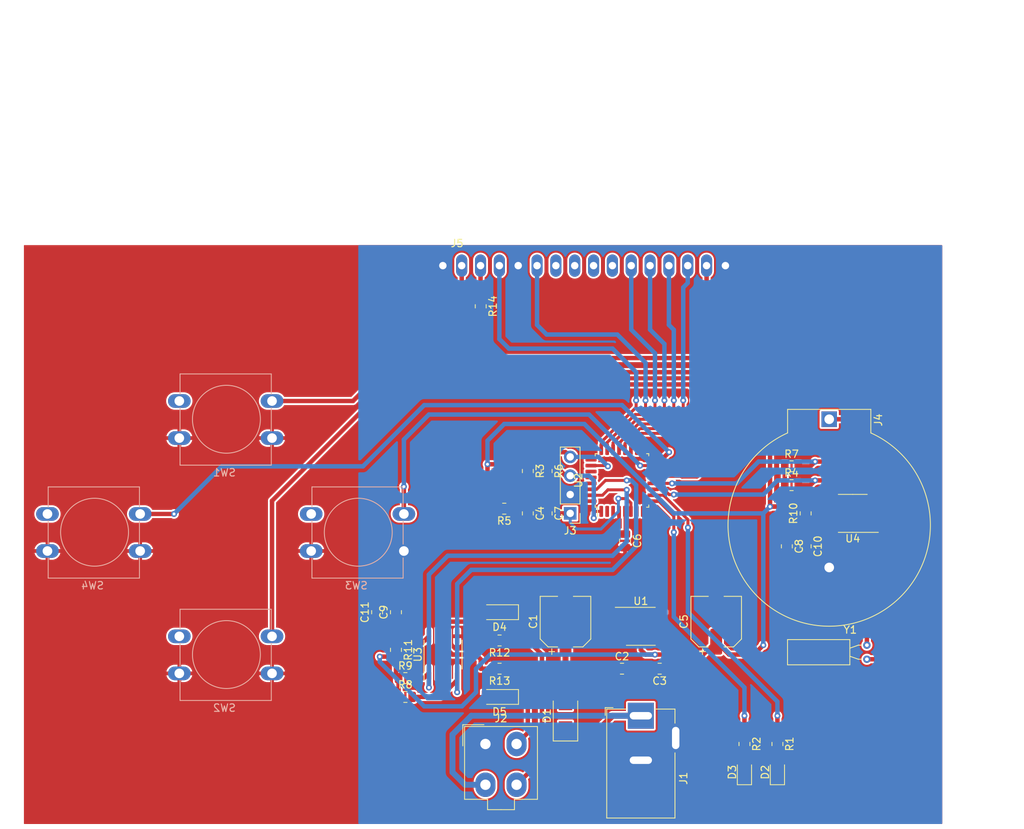
<source format=kicad_pcb>
(kicad_pcb (version 20221018) (generator pcbnew)
  (layers (0 "F.Cu" signal) (31 "B.Cu" signal) (34 "B.Paste" user) (35 "F.Paste" user) (36 "B.SilkS" user "B.Silkscreen") (37 "F.SilkS" user "F.Silkscreen") (38 "B.Mask" user) (39 "F.Mask" user) (44 "Edge.Cuts" user))
  (net 0 "")
  (net 1 "/VSS")
  (net 2 "Net-(C1-Pad1)")
  (net 3 "/VDD")
  (net 4 "Net-(C6-Pad1)")
  (net 5 "Net-(C10-Pad1)")
  (net 6 "Net-(C11-Pad1)")
  (net 7 "/VCC")
  (net 8 "Net-(D2-Pad2)")
  (net 9 "Net-(D3-Pad2)")
  (net 10 "Net-(D4-Pad1)")
  (net 11 "Net-(D5-Pad1)")
  (net 12 "/GRAV2")
  (net 13 "/GRAV1")
  (net 14 "Net-(J4-Pad1)")
  (net 15 "Net-(R1-Pad1)")
  (net 16 "Net-(R2-Pad1)")
  (net 17 "/SCL")
  (net 18 "/TX")
  (net 19 "/RX")
  (net 20 "Net-(R12-Pad2)")
  (net 21 "Net-(R13-Pad2)")
  (net 22 "/BTS")
  (net 23 "/BTD")
  (net 24 "/BTC")
  (net 25 "/BTV")
  (net 26 "/RSIO")
  (net 27 "Net-(U2-Pad29)")
  (net 28 "Net-(U2-Pad28)")
  (net 29 "Net-(U2-Pad27)")
  (net 30 "Net-(U2-Pad25)")
  (net 31 "/D7")
  (net 32 "/D6")
  (net 33 "/D5")
  (net 34 "/D4")
  (net 35 "/RS")
  (net 36 "/EN")
  (net 37 "Net-(U2-Pad18)")
  (net 38 "Net-(U2-Pad17)")
  (net 39 "Net-(U2-Pad8)")
  (net 40 "Net-(U2-Pad7)")
  (net 41 "Net-(U2-Pad3)")
  (net 42 "Net-(U2-Pad2)")
  (net 43 "Net-(U3-Pad2)")
  (net 44 "Net-(U4-Pad7)")
  (net 45 "Net-(U4-Pad2)")
  (net 46 "Net-(U4-Pad1)")
  (net 47 "/SDA")
  (net 48 "/VGRAV")
  (net 49 "Net-(J5-Pad8)")
  (net 50 "/V0")
  (net 51 "Net-(J5-Pad9)")
  (net 52 "Net-(J5-Pad10)")
  (net 53 "Net-(J5-Pad7)")
  (footprint "Capacitor_SMD:CP_Elec_6.3x7.7" (layer "F.Cu") (at 128.27 114.3 90)
    (fp_text reference "C1")
    (fp_text value "100uF 25V")
  )
  (footprint "Resistor_SMD:R_0805_2012Metric" (layer "F.Cu") (at 140.97 120.65 180)
    (fp_text reference "C3")
    (fp_text value "100nF")
  )
  (footprint "Capacitor_SMD:CP_Elec_6.3x7.7" (layer "F.Cu") (at 148.59 114.3 90)
    (fp_text reference "C5")
    (fp_text value "100uF 25V")
  )
  (footprint "Diode_SMD:D_SMA" (layer "F.Cu") (at 128.27 127 90)
    (fp_text reference "D1")
    (fp_text value "1N4007")
  )
  (footprint "Package_SO:SOIC-8_3.9x4.9mm_P1.27mm" (layer "F.Cu") (at 138.43 114.935)
    (fp_text reference "U1")
    (fp_text value "L7805")
  )
  (footprint "Resistor_SMD:R_0805_2012Metric" (layer "F.Cu") (at 135.89 120.65)
    (fp_text reference "C2")
    (fp_text value "100nF")
  )
  (footprint "Connector_BarrelJack:P4_Macho" (layer "F.Cu") (at 138.43 127 90)
    (fp_text reference "J1")
    (fp_text value "Barrel_Jack_Switch")
  )
  (footprint "Resistor_SMD:R_0805_2012Metric" (layer "F.Cu") (at 120.015 99.06 180)
    (fp_text reference "R5")
    (fp_text value "10R")
  )
  (footprint "Connector_Molex:Molex_Mini-Fit_Jr_5566-04A_2x02_P4.20mm_Vertical" (layer "F.Cu") (at 117.475 130.81)
    (fp_text reference "J2")
    (fp_text value "Conn_02x02_Odd_Even")
  )
  (footprint "Resistor_SMD:R_0805_2012Metric" (layer "F.Cu") (at 123.19 99.695 -90)
    (fp_text reference "C4")
    (fp_text value "4,7uF ")
  )
  (footprint "Resistor_SMD:R_0805_2012Metric" (layer "F.Cu") (at 125.73 99.695 -90)
    (fp_text reference "C7")
    (fp_text value "100nF")
  )
  (footprint "Diode_SMD:D_MiniMELF" (layer "F.Cu") (at 119.38 124.46 180)
    (fp_text reference "D5")
    (fp_text value "5V1")
  )
  (footprint "LED_SMD:LED_0805_2012Metric" (layer "F.Cu") (at 152.4 134.62 90)
    (fp_text reference "D3")
    (fp_text value "LED")
  )
  (footprint "Resistor_SMD:R_0805_2012Metric" (layer "F.Cu") (at 102.87 113.03 90)
    (fp_text reference "C11")
    (fp_text value "100nF")
  )
  (footprint "Diode_SMD:D_MiniMELF" (layer "F.Cu") (at 119.38 113.03 180)
    (fp_text reference "D4")
    (fp_text value "5V1")
  )
  (footprint "Resistor_SMD:R_0805_2012Metric" (layer "F.Cu") (at 136.3 103.4 -90)
    (fp_text reference "C6")
    (fp_text value "1uF")
  )
  (footprint "Resistor_SMD:R_0805_2012Metric" (layer "F.Cu") (at 105.41 113.03 90)
    (fp_text reference "C9")
    (fp_text value "4,7uF ")
  )
  (footprint "LED_SMD:LED_0805_2012Metric" (layer "F.Cu") (at 156.845 134.62 90)
    (fp_text reference "D2")
    (fp_text value "LED")
  )
  (footprint "Package_SO:SOIC-8_3.9x4.9mm_P1.27mm" (layer "F.Cu") (at 111.76 118.745 90)
    (fp_text reference "U3")
    (fp_text value "SN75176AD")
  )
  (footprint "Package_QFP:LQFP-32_7x7mm_P0.8mm" (layer "F.Cu") (at 135.89 95.25 90)
    (fp_text reference "U2")
    (fp_text value "STM8S003K3T")
  )
  (footprint "Connector_PinHeader_2.54mm:PinHeader_1x04_P2.54mm_Vertical" (layer "F.Cu") (at 128.905 99.695 180)
    (fp_text reference "J3")
    (fp_text value "Conn_01x04_Female")
  )
  (footprint "Resistor_SMD:R_0805_2012Metric" (layer "F.Cu") (at 123.19 93.98 -90)
    (fp_text reference "R3")
    (fp_text value "4K7")
  )
  (footprint "Resistor_SMD:R_0805_2012Metric" (layer "F.Cu") (at 106.68 124.46)
    (fp_text reference "R8")
    (fp_text value "4K7")
  )
  (footprint "Battery:BatteryHolder_ComfortableElectronic_CH273-2450_1x2450" (layer "F.Cu") (at 163.83 86.995 -90)
    (fp_text reference "J4")
    (fp_text value "Conn_01x02_Female")
  )
  (footprint "Resistor_SMD:R_0805_2012Metric" (layer "F.Cu") (at 119.38 120.65 180)
    (fp_text reference "R13")
    (fp_text value "10R")
  )
  (footprint "Resistor_SMD:R_0805_2012Metric" (layer "F.Cu") (at 156.845 130.81 -90)
    (fp_text reference "R1")
    (fp_text value "1K")
  )
  (footprint "Resistor_SMD:R_0805_2012Metric" (layer "F.Cu") (at 152.4 130.81 -90)
    (fp_text reference "R2")
    (fp_text value "1K")
  )
  (footprint "Resistor_SMD:R_0805_2012Metric" (layer "F.Cu") (at 105.41 118.11 -90)
    (fp_text reference "R11")
    (fp_text value "10R")
  )
  (footprint "Resistor_SMD:R_0805_2012Metric" (layer "F.Cu") (at 106.68 121.92)
    (fp_text reference "R9")
    (fp_text value "4K7")
  )
  (footprint "Resistor_SMD:R_0805_2012Metric" (layer "F.Cu") (at 119.38 116.84 180)
    (fp_text reference "R12")
    (fp_text value "10R")
  )
  (footprint "Package_SO:SOIC-8_3.9x4.9mm_P1.27mm" (layer "F.Cu") (at 167.005 99.695 180)
    (fp_text reference "U4")
    (fp_text value "DS1307+")
  )
  (footprint "Resistor_SMD:R_0805_2012Metric" (layer "F.Cu") (at 160.655 104.14 -90)
    (fp_text reference "C10")
    (fp_text value "100nF")
  )
  (footprint "Resistor_SMD:R_0805_2012Metric" (layer "F.Cu") (at 158.115 104.14 -90)
    (fp_text reference "C8")
    (fp_text value "4,7uF ")
  )
  (footprint "Crystal:Crystal_C38-LF_D3.0mm_L8.0mm_Horizontal" (layer "F.Cu") (at 168.91 117.475 -90)
    (fp_text reference "Y1")
    (fp_text value "Crystal 32.768khz")
  )
  (footprint "Resistor_SMD:R_0805_2012Metric" (layer "F.Cu") (at 160.655 99.695 90)
    (fp_text reference "R10")
    (fp_text value "10R")
  )
  (footprint "Resistor_SMD:R_0805_2012Metric" (layer "F.Cu") (at 158.75 93.345)
    (fp_text reference "R7")
    (fp_text value "10K")
  )
  (footprint "Resistor_SMD:R_0805_2012Metric" (layer "F.Cu") (at 158.75 95.885)
    (fp_text reference "R4")
    (fp_text value "10K")
  )
  (footprint "Display:LCD-016Pads" (layer "F.Cu") (at 189.865 66.675)
    (fp_text reference "J5")
    (fp_text value "Conn_01x16_Female")
  )
  (footprint "Resistor_SMD:R_0805_2012Metric" (layer "F.Cu") (at 116.84 71.755 -90)
    (fp_text reference "R14")
    (fp_text value "1K")
  )
  (footprint "Resistor_SMD:R_0805_2012Metric" (layer "F.Cu") (at 125.73 93.98 -90)
    (fp_text reference "R6")
    (fp_text value "4K7")
  )
  (footprint "Button_Switch_THT:SW_PUSH-12mm" (layer "B.Cu") (at 58.42 104.775)
    (fp_text reference "SW4")
    (fp_text value "BTVOLTA")
  )
  (footprint "Button_Switch_THT:SW_PUSH-12mm" (layer "B.Cu") (at 93.98 104.775)
    (fp_text reference "SW3")
    (fp_text value "BTCONF")
  )
  (footprint "Button_Switch_THT:SW_PUSH-12mm" (layer "B.Cu") (at 76.2 121.285)
    (fp_text reference "SW2")
    (fp_text value "BTDESCE")
  )
  (footprint "Button_Switch_THT:SW_PUSH-12mm" (layer "B.Cu") (at 76.2 89.535)
    (fp_text reference "SW1")
    (fp_text value "BTSOBE")
  )
  (segment (start 132.08 114.3) (end 133.35 113.03) (width 0.8) (layer "F.Cu") (net 2))
  (segment (start 130.65 117) (end 132.08 115.57) (width 0.8) (layer "F.Cu") (net 2))
  (segment (start 128.27 125) (end 128.27 120.65) (width 0.8) (layer "F.Cu") (net 2))
  (segment (start 132.08 115.57) (end 132.08 114.3) (width 0.8) (layer "F.Cu") (net 2))
  (segment (start 128.27 120.65) (end 134.9775 120.65) (width 0.8) (layer "F.Cu") (net 2))
  (segment (start 133.35 113.03) (end 135.955 113.03) (width 0.8) (layer "F.Cu") (net 2))
  (segment (start 128.27 120.65) (end 128.27 117) (width 0.8) (layer "F.Cu") (net 2))
  (segment (start 128.27 117) (end 130.65 117) (width 0.8) (layer "F.Cu") (net 2))
  (segment (start 103.2275 119.0225) (end 103.2275 119.0225) (width 0.6) (layer "F.Cu") (net 3))
  (segment (start 140.335 118.745) (end 141.605 118.745) (width 0.6) (layer "F.Cu") (net 3))
  (segment (start 117.7525 93.0675) (end 117.7525 93.0675) (width 0.6) (layer "F.Cu") (net 3))
  (segment (start 155.8525 98.7825) (end 155.8525 98.7825) (width 0.6) (layer "F.Cu") (net 3))
  (segment (start 140.105 118.745) (end 140.335 118.745) (width 0.6) (layer "F.Cu") (net 3))
  (segment (start 157.8375 95.885) (end 157.8375 96.8775) (width 0.4) (layer "F.Cu") (net 3))
  (segment (start 117.7525 97.71) (end 119.1025 99.06) (width 0.6) (layer "F.Cu") (net 3))
  (segment (start 114.32001 73.68001) (end 114.32001 74.31501) (width 0.6) (layer "F.Cu") (net 3))
  (segment (start 141.605 118.745) (end 146.845 118.745) (width 0.6) (layer "F.Cu") (net 3))
  (segment (start 147.2946 66.2686) (end 147.2946 78.7146) (width 0.6) (layer "F.Cu") (net 3))
  (segment (start 120.9275 94.8925) (end 123.19 94.8925) (width 0.6) (layer "F.Cu") (net 3))
  (segment (start 117.7525 93.0675) (end 117.7525 97.71) (width 0.6) (layer "F.Cu") (net 3))
  (segment (start 105.7675 121.92) (end 105.7675 124.46) (width 0.6) (layer "F.Cu") (net 3))
  (segment (start 158.115 98.7825) (end 155.8525 98.7825) (width 0.6) (layer "F.Cu") (net 3))
  (segment (start 114.32001 74.31501) (end 118.745 78.74) (width 0.6) (layer "F.Cu") (net 3))
  (segment (start 152.4 78.74) (end 155.8525 82.1925) (width 0.6) (layer "F.Cu") (net 3))
  (segment (start 147.2946 78.7146) (end 147.32 78.74) (width 0.6) (layer "F.Cu") (net 3))
  (segment (start 105.41 119.0225) (end 105.41 121.5625) (width 0.6) (layer "F.Cu") (net 3))
  (segment (start 146.845 118.745) (end 148.59 117) (width 0.6) (layer "F.Cu") (net 3))
  (segment (start 157.8375 93.345) (end 157.8375 95.885) (width 0.6) (layer "F.Cu") (net 3))
  (segment (start 119.1025 93.0675) (end 120.9275 94.8925) (width 0.6) (layer "F.Cu") (net 3))
  (segment (start 147.32 78.74) (end 152.4 78.74) (width 0.6) (layer "F.Cu") (net 3))
  (segment (start 105.41 121.5625) (end 105.7675 121.92) (width 0.6) (layer "F.Cu") (net 3))
  (segment (start 118.745 78.74) (end 147.32 78.74) (width 0.6) (layer "F.Cu") (net 3))
  (segment (start 105.41 119.0225) (end 103.2275 119.0225) (width 0.6) (layer "F.Cu") (net 3))
  (segment (start 135.955 115.57) (end 136.93 115.57) (width 0.6) (layer "F.Cu") (net 3))
  (segment (start 158.4725 98.7825) (end 160.655 98.7825) (width 0.6) (layer "F.Cu") (net 3))
  (segment (start 141.8825 119.0225) (end 141.605 118.745) (width 0.6) (layer "F.Cu") (net 3))
  (segment (start 114.2746 66.2686) (end 114.2746 73.6346) (width 0.6) (layer "F.Cu") (net 3))
  (segment (start 139.065 118.745) (end 140.335 118.745) (width 0.6) (layer "F.Cu") (net 3))
  (segment (start 138.43 118.11) (end 139.065 118.745) (width 0.6) (layer "F.Cu") (net 3))
  (segment (start 141.8825 120.65) (end 141.8825 119.0225) (width 0.6) (layer "F.Cu") (net 3))
  (segment (start 117.7525 93.0675) (end 119.1025 93.0675) (width 0.6) (layer "F.Cu") (net 3))
  (segment (start 157.8375 95.885) (end 157.8375 98.1475) (width 0.6) (layer "F.Cu") (net 3))
  (segment (start 125.73 94.8925) (end 123.19 94.8925) (width 0.4) (layer "F.Cu") (net 3))
  (segment (start 155.8525 98.7825) (end 158.4725 98.7825) (width 0.6) (layer "F.Cu") (net 3))
  (segment (start 137.795 115.57) (end 138.43 116.205) (width 0.6) (layer "F.Cu") (net 3))
  (segment (start 138.43 116.205) (end 138.43 118.11) (width 0.6) (layer "F.Cu") (net 3))
  (segment (start 155.8525 82.1925) (end 155.8525 98.7825) (width 0.6) (layer "F.Cu") (net 3))
  (segment (start 157.8375 98.1475) (end 158.4725 98.7825) (width 0.6) (layer "F.Cu") (net 3))
  (segment (start 135.955 115.57) (end 137.795 115.57) (width 0.6) (layer "F.Cu") (net 3))
  (segment (start 150.335 118.745) (end 148.59 117) (width 0.6) (layer "F.Cu") (net 3))
  (segment (start 153.67 118.745) (end 150.335 118.745) (width 0.6) (layer "F.Cu") (net 3))
  (segment (start 154.94 117.475) (end 153.67 118.745) (width 0.6) (layer "F.Cu") (net 3))
  (segment (start 158.115 98.7825) (end 160.655 98.7825) (width 0.4) (layer "F.Cu") (net 3))
  (segment (start 114.2746 73.6346) (end 114.32001 73.68001) (width 0.6) (layer "F.Cu") (net 3))
  (via (at 103.2275 119.0225) (size 0.8) (drill 0.4) (layers "F.Cu" "B.Cu") (net 3))
  (via (at 154.94 117.475) (size 0.8) (drill 0.4) (layers "F.Cu" "B.Cu") (net 3))
  (via (at 155.8525 98.7825) (size 0.8) (drill 0.4) (layers "F.Cu" "B.Cu") (net 3))
  (via (at 140.335 118.745) (size 0.8) (drill 0.4) (layers "F.Cu" "B.Cu") (net 3))
  (via (at 117.7525 93.0675) (size 0.8) (drill 0.4) (layers "F.Cu" "B.Cu") (net 3))
  (segment (start 154.94 117.475) (end 154.94 117.475) (width 0.6) (layer "B.Cu") (net 3))
  (segment (start 103.2275 119.7375) (end 109.22 125.73) (width 0.6) (layer "B.Cu") (net 3))
  (segment (start 116.205 123.825) (end 116.205 120.65) (width 0.6) (layer "B.Cu") (net 3))
  (segment (start 120.015 87.63) (end 130.81 87.63) (width 0.6) (layer "B.Cu") (net 3))
  (segment (start 138.43 118.745) (end 140.335 118.745) (width 0.6) (layer "B.Cu") (net 3))
  (segment (start 154.94 113.665) (end 154.94 114.935) (width 0.6) (layer "B.Cu") (net 3))
  (segment (start 117.7525 89.8925) (end 120.015 87.63) (width 0.6) (layer "B.Cu") (net 3))
  (segment (start 109.22 125.73) (end 114.3 125.73) (width 0.6) (layer "B.Cu") (net 3))
  (segment (start 142.875 99.695) (end 154.94 99.695) (width 0.6) (layer "B.Cu") (net 3))
  (segment (start 103.2275 119.0225) (end 103.2275 119.7375) (width 0.6) (layer "B.Cu") (net 3))
  (segment (start 154.94 114.935) (end 154.94 117.475) (width 0.6) (layer "B.Cu") (net 3))
  (segment (start 130.81 87.63) (end 142.875 99.695) (width 0.6) (layer "B.Cu") (net 3))
  (segment (start 117.7525 93.0675) (end 117.7525 89.8925) (width 0.6) (layer "B.Cu") (net 3))
  (segment (start 116.205 120.65) (end 118.11 118.745) (width 0.6) (layer "B.Cu") (net 3))
  (segment (start 155.8525 98.7825) (end 154.94 99.695) (width 0.6) (layer "B.Cu") (net 3))
  (segment (start 138.43 118.745) (end 118.11 118.745) (width 0.6) (layer "B.Cu") (net 3))
  (segment (start 154.94 99.695) (end 154.94 113.665) (width 0.6) (layer "B.Cu") (net 3))
  (segment (start 114.3 125.73) (end 116.205 123.825) (width 0.6) (layer "B.Cu") (net 3))
  (segment (start 136.3 102.4875) (end 136.3 99.435) (width 0.4) (layer "F.Cu") (net 4))
  (segment (start 136.3 99.435) (end 136.29 99.425) (width 0.4) (layer "F.Cu") (net 4))
  (segment (start 158.115 103.2275) (end 160.655 103.2275) (width 0.4) (layer "F.Cu") (net 5))
  (segment (start 163.195 101.6) (end 164.53 101.6) (width 0.6) (layer "F.Cu") (net 5))
  (segment (start 160.655 100.6075) (end 162.2025 100.6075) (width 0.6) (layer "F.Cu") (net 5))
  (segment (start 160.655 103.2275) (end 160.655 100.6075) (width 0.4) (layer "F.Cu") (net 5))
  (segment (start 162.2025 100.6075) (end 163.195 101.6) (width 0.6) (layer "F.Cu") (net 5))
  (segment (start 108.9275 117.1975) (end 109.855 116.27) (width 0.6) (layer "F.Cu") (net 6))
  (segment (start 105.41 117.1975) (end 108.9275 117.1975) (width 0.6) (layer "F.Cu") (net 6))
  (segment (start 105.41 113.9425) (end 105.41 117.1975) (width 0.6) (layer "F.Cu") (net 6))
  (segment (start 102.87 113.9425) (end 105.41 113.9425) (width 0.6) (layer "F.Cu") (net 6))
  (segment (start 138.43 127) (end 134.62 127) (width 0.8) (layer "F.Cu") (net 7))
  (segment (start 134.62 127) (end 132.62 129) (width 0.8) (layer "F.Cu") (net 7))
  (segment (start 132.62 129) (end 128.27 129) (width 0.8) (layer "F.Cu") (net 7))
  (segment (start 113.03 134.62) (end 114.72 136.31) (width 0.8) (layer "B.Cu") (net 7))
  (segment (start 115.57 127) (end 113.03 129.54) (width 0.8) (layer "B.Cu") (net 7))
  (segment (start 138.43 127) (end 115.57 127) (width 0.8) (layer "B.Cu") (net 7))
  (segment (start 113.03 129.54) (end 113.03 134.62) (width 0.8) (layer "B.Cu") (net 7))
  (segment (start 114.72 136.31) (end 117.475 136.31) (width 0.8) (layer "B.Cu") (net 7))
  (segment (start 156.845 131.7225) (end 156.845 133.6825) (width 0.6) (layer "F.Cu") (net 8))
  (segment (start 152.4 133.6825) (end 152.4 131.7225) (width 0.6) (layer "F.Cu") (net 9))
  (segment (start 125.095 132.89) (end 121.675 136.31) (width 0.6) (layer "F.Cu") (net 10))
  (segment (start 123.19 116.84) (end 125.095 118.745) (width 0.6) (layer "F.Cu") (net 10))
  (segment (start 120.2925 116.84) (end 120.2925 113.8675) (width 0.6) (layer "F.Cu") (net 10))
  (segment (start 125.095 118.745) (end 125.095 132.89) (width 0.6) (layer "F.Cu") (net 10))
  (segment (start 120.2925 116.84) (end 123.19 116.84) (width 0.6) (layer "F.Cu") (net 10))
  (segment (start 120.2925 113.8675) (end 121.13 113.03) (width 0.6) (layer "F.Cu") (net 10))
  (segment (start 122.555 120.65) (end 123.19 121.285) (width 0.6) (layer "F.Cu") (net 11))
  (segment (start 120.2925 120.65) (end 122.555 120.65) (width 0.6) (layer "F.Cu") (net 11))
  (segment (start 120.2925 123.6225) (end 121.13 124.46) (width 0.6) (layer "F.Cu") (net 11))
  (segment (start 123.19 121.285) (end 123.19 129.295) (width 0.6) (layer "F.Cu") (net 11))
  (segment (start 120.2925 120.65) (end 120.2925 123.6225) (width 0.6) (layer "F.Cu") (net 11))
  (segment (start 123.19 129.295) (end 121.675 130.81) (width 0.6) (layer "F.Cu") (net 11))
  (segment (start 124.46 91.44) (end 128.27 91.44) (width 0.6) (layer "F.Cu") (net 12))
  (segment (start 133.89 93.25) (end 133.985 93.345) (width 0.4) (layer "F.Cu") (net 12))
  (segment (start 123.19 93.0675) (end 123.19 92.71) (width 0.6) (layer "F.Cu") (net 12))
  (segment (start 131.715 93.25) (end 133.89 93.25) (width 0.4) (layer "F.Cu") (net 12))
  (segment (start 128.27 91.44) (end 128.905 92.075) (width 0.6) (layer "F.Cu") (net 12))
  (segment (start 123.19 92.71) (end 124.46 91.44) (width 0.6) (layer "F.Cu") (net 12))
  (via (at 133.985 93.345) (size 0.8) (drill 0.4) (layers "F.Cu" "B.Cu") (net 12))
  (segment (start 133.985 93.345) (end 133.985 93.345) (width 0.6) (layer "B.Cu") (net 12))
  (segment (start 128.905 92.075) (end 132.715 92.075) (width 0.6) (layer "B.Cu") (net 12))
  (segment (start 132.715 92.075) (end 133.985 93.345) (width 0.6) (layer "B.Cu") (net 12))
  (segment (start 132.08 100.33) (end 132.08 100.33) (width 0.4) (layer "F.Cu") (net 13))
  (segment (start 132.35 99.425) (end 132.08 99.695) (width 0.4) (layer "F.Cu") (net 13))
  (segment (start 126.7225 93.0675) (end 128.27 94.615) (width 0.6) (layer "F.Cu") (net 13))
  (segment (start 133.09 99.425) (end 132.35 99.425) (width 0.4) (layer "F.Cu") (net 13))
  (segment (start 132.08 99.695) (end 132.08 100.33) (width 0.4) (layer "F.Cu") (net 13))
  (segment (start 128.27 94.615) (end 128.905 94.615) (width 0.6) (layer "F.Cu") (net 13))
  (segment (start 125.73 93.0675) (end 126.7225 93.0675) (width 0.6) (layer "F.Cu") (net 13))
  (via (at 132.08 100.33) (size 0.8) (drill 0.4) (layers "F.Cu" "B.Cu") (net 13))
  (segment (start 132.08 95.25) (end 132.08 100.33) (width 0.6) (layer "B.Cu") (net 13))
  (segment (start 131.445 94.615) (end 132.08 95.25) (width 0.6) (layer "B.Cu") (net 13))
  (segment (start 128.905 94.615) (end 131.445 94.615) (width 0.6) (layer "B.Cu") (net 13))
  (segment (start 172.085 99.06) (end 169.48 99.06) (width 0.6) (layer "F.Cu") (net 14))
  (segment (start 172.72 98.425) (end 172.085 99.06) (width 0.6) (layer "F.Cu") (net 14))
  (segment (start 170.18 86.995) (end 172.72 89.535) (width 0.6) (layer "F.Cu") (net 14))
  (segment (start 163.83 86.995) (end 170.18 86.995) (width 0.6) (layer "F.Cu") (net 14))
  (segment (start 172.72 89.535) (end 172.72 98.425) (width 0.6) (layer "F.Cu") (net 14))
  (segment (start 144.78 101.6) (end 144.78 101.6) (width 0.4) (layer "F.Cu") (net 15))
  (segment (start 156.845 127) (end 156.845 127) (width 0.6) (layer "F.Cu") (net 15))
  (segment (start 140.065 97.25) (end 141.486458 97.25) (width 0.4) (layer "F.Cu") (net 15))
  (segment (start 141.486458 97.25) (end 144.78 100.543542) (width 0.4) (layer "F.Cu") (net 15))
  (segment (start 144.78 100.543542) (end 144.78 101.6) (width 0.4) (layer "F.Cu") (net 15))
  (segment (start 156.845 129.8975) (end 156.845 127) (width 0.6) (layer "F.Cu") (net 15))
  (via (at 144.78 101.6) (size 0.8) (drill 0.4) (layers "F.Cu" "B.Cu") (net 15))
  (via (at 156.845 127) (size 0.8) (drill 0.4) (layers "F.Cu" "B.Cu") (net 15))
  (segment (start 144.78 113.03) (end 156.845 125.095) (width 0.6) (layer "B.Cu") (net 15))
  (segment (start 144.78 101.6) (end 144.78 113.03) (width 0.6) (layer "B.Cu") (net 15))
  (segment (start 156.845 125.095) (end 156.845 127) (width 0.6) (layer "B.Cu") (net 15))
  (segment (start 142.875 102.235) (end 142.875 102.235) (width 0.4) (layer "F.Cu") (net 16))
  (segment (start 152.4 127) (end 152.4 127) (width 0.6) (layer "F.Cu") (net 16))
  (segment (start 140.065 98.05) (end 140.85 98.05) (width 0.4) (layer "F.Cu") (net 16))
  (segment (start 152.4 129.8975) (end 152.4 127) (width 0.6) (layer "F.Cu") (net 16))
  (segment (start 140.85 98.05) (end 142.875 100.075) (width 0.4) (layer "F.Cu") (net 16))
  (segment (start 142.875 100.075) (end 142.875 102.235) (width 0.4) (layer "F.Cu") (net 16))
  (via (at 152.4 127) (size 0.8) (drill 0.4) (layers "F.Cu" "B.Cu") (net 16))
  (via (at 142.875 102.235) (size 0.8) (drill 0.4) (layers "F.Cu" "B.Cu") (net 16))
  (segment (start 142.875 113.665) (end 152.4 123.19) (width 0.6) (layer "B.Cu") (net 16))
  (segment (start 142.875 102.235) (end 142.875 113.665) (width 0.6) (layer "B.Cu") (net 16))
  (segment (start 152.4 123.19) (end 152.4 127) (width 0.6) (layer "B.Cu") (net 16))
  (segment (start 161.925 92.71) (end 161.29 93.345) (width 0.6) (layer "F.Cu") (net 17))
  (segment (start 142.64 95.65) (end 142.64 95.65) (width 0.4) (layer "F.Cu") (net 17))
  (segment (start 165.505 99.06) (end 164.53 99.06) (width 0.6) (layer "F.Cu") (net 17))
  (segment (start 167.005 95.885) (end 167.005 98.425) (width 0.6) (layer "F.Cu") (net 17))
  (segment (start 161.925 92.71) (end 163.83 92.71) (width 0.6) (layer "F.Cu") (net 17))
  (segment (start 167.005 98.425) (end 166.37 99.06) (width 0.6) (layer "F.Cu") (net 17))
  (segment (start 140.065 95.65) (end 142.04001 95.65) (width 0.4) (layer "F.Cu") (net 17))
  (segment (start 163.83 92.71) (end 167.005 95.885) (width 0.6) (layer "F.Cu") (net 17))
  (segment (start 166.37 99.06) (end 164.53 99.06) (width 0.6) (layer "F.Cu") (net 17))
  (segment (start 159.6625 93.345) (end 161.29 93.345) (width 0.6) (layer "F.Cu") (net 17))
  (segment (start 142.04001 95.65) (end 142.64 95.65) (width 0.4) (layer "F.Cu") (net 17))
  (segment (start 161.925 92.71) (end 161.925 92.71) (width 0.6) (layer "F.Cu") (net 17))
  (via (at 142.64 95.65) (size 0.8) (drill 0.4) (layers "F.Cu" "B.Cu") (net 17))
  (via (at 161.925 92.71) (size 0.8) (drill 0.4) (layers "F.Cu" "B.Cu") (net 17))
  (segment (start 154.305 92.71) (end 161.925 92.71) (width 0.6) (layer "B.Cu") (net 17))
  (segment (start 142.64 95.65) (end 151.365 95.65) (width 0.6) (layer "B.Cu") (net 17))
  (segment (start 151.365 95.65) (end 154.305 92.71) (width 0.6) (layer "B.Cu") (net 17))
  (segment (start 113.665 123.825) (end 113.665 123.825) (width 0.6) (layer "F.Cu") (net 18))
  (segment (start 136.525 95.25) (end 136.525 95.25) (width 0.4) (layer "F.Cu") (net 18))
  (segment (start 132.465 96.45) (end 133.665 95.25) (width 0.4) (layer "F.Cu") (net 18))
  (segment (start 131.715 96.45) (end 132.465 96.45) (width 0.4) (layer "F.Cu") (net 18))
  (segment (start 107.5925 124.46) (end 111.4 124.46) (width 0.6) (layer "F.Cu") (net 18))
  (segment (start 113.665 121.22) (end 113.665 123.825) (width 0.6) (layer "F.Cu") (net 18))
  (segment (start 113.665 122.195) (end 113.665 121.22) (width 0.6) (layer "F.Cu") (net 18))
  (segment (start 133.665 95.25) (end 136.525 95.25) (width 0.4) (layer "F.Cu") (net 18))
  (segment (start 111.4 124.46) (end 113.665 122.195) (width 0.6) (layer "F.Cu") (net 18))
  (via (at 113.665 123.825) (size 0.8) (drill 0.4) (layers "F.Cu" "B.Cu") (net 18))
  (via (at 136.525 95.25) (size 0.8) (drill 0.4) (layers "F.Cu" "B.Cu") (net 18))
  (segment (start 113.665 109.22) (end 113.665 123.825) (width 0.6) (layer "B.Cu") (net 18))
  (segment (start 137.795 104.14) (end 134.62 107.315) (width 0.6) (layer "B.Cu") (net 18))
  (segment (start 134.62 107.315) (end 115.57 107.315) (width 0.6) (layer "B.Cu") (net 18))
  (segment (start 137.795 95.885) (end 137.795 104.14) (width 0.6) (layer "B.Cu") (net 18))
  (segment (start 136.525 95.25) (end 137.16 95.25) (width 0.6) (layer "B.Cu") (net 18))
  (segment (start 137.16 95.25) (end 137.795 95.885) (width 0.6) (layer "B.Cu") (net 18))
  (segment (start 115.57 107.315) (end 113.665 109.22) (width 0.6) (layer "B.Cu") (net 18))
  (segment (start 133.985 96.52) (end 133.985 96.52) (width 0.4) (layer "F.Cu") (net 19))
  (segment (start 109.855 123.19) (end 109.855 123.19) (width 0.6) (layer "F.Cu") (net 19))
  (segment (start 136.525 96.52) (end 136.525 96.52) (width 0.4) (layer "F.Cu") (net 19))
  (segment (start 107.5925 121.92) (end 109.155 121.92) (width 0.6) (layer "F.Cu") (net 19))
  (segment (start 133.255 97.25) (end 133.985 96.52) (width 0.4) (layer "F.Cu") (net 19))
  (segment (start 133.985 96.52) (end 136.525 96.52) (width 0.4) (layer "F.Cu") (net 19))
  (segment (start 131.715 97.25) (end 133.255 97.25) (width 0.4) (layer "F.Cu") (net 19))
  (segment (start 109.155 121.92) (end 109.855 121.22) (width 0.6) (layer "F.Cu") (net 19))
  (segment (start 109.855 121.22) (end 109.855 123.19) (width 0.6) (layer "F.Cu") (net 19))
  (via (at 109.855 123.19) (size 0.8) (drill 0.4) (layers "F.Cu" "B.Cu") (net 19))
  (via (at 136.525 96.52) (size 0.8) (drill 0.4) (layers "F.Cu" "B.Cu") (net 19))
  (segment (start 109.855 123.19) (end 109.855 107.95) (width 0.6) (layer "B.Cu") (net 19))
  (segment (start 109.855 107.95) (end 112.395 105.41) (width 0.6) (layer "B.Cu") (net 19))
  (segment (start 134.62 105.41) (end 136.525 103.505) (width 0.6) (layer "B.Cu") (net 19))
  (segment (start 112.395 105.41) (end 134.62 105.41) (width 0.6) (layer "B.Cu") (net 19))
  (segment (start 136.525 103.505) (end 136.525 96.52) (width 0.6) (layer "B.Cu") (net 19))
  (segment (start 111.125 115.295) (end 111.125 116.27) (width 0.6) (layer "F.Cu") (net 20))
  (segment (start 118.4675 116.84) (end 117.475 116.84) (width 0.6) (layer "F.Cu") (net 20))
  (segment (start 112.12 114.3) (end 111.125 115.295) (width 0.6) (layer "F.Cu") (net 20))
  (segment (start 114.935 114.3) (end 112.12 114.3) (width 0.6) (layer "F.Cu") (net 20))
  (segment (start 117.475 116.84) (end 114.935 114.3) (width 0.6) (layer "F.Cu") (net 20))
  (segment (start 112.395 118.11) (end 113.03 118.745) (width 0.6) (layer "F.Cu") (net 21))
  (segment (start 116.205 118.745) (end 116.84 119.38) (width 0.6) (layer "F.Cu") (net 21))
  (segment (start 116.84 119.38) (end 116.84 120.65) (width 0.6) (layer "F.Cu") (net 21))
  (segment (start 113.03 118.745) (end 116.205 118.745) (width 0.6) (layer "F.Cu") (net 21))
  (segment (start 112.395 117.245) (end 112.395 116.27) (width 0.6) (layer "F.Cu") (net 21))
  (segment (start 118.4675 120.65) (end 116.84 120.65) (width 0.6) (layer "F.Cu") (net 21))
  (segment (start 112.395 116.27) (end 112.395 118.11) (width 0.6) (layer "F.Cu") (net 21))
  (segment (start 103.505 80.645) (end 146.05 80.645) (width 0.6) (layer "F.Cu") (net 22))
  (segment (start 146.05 80.645) (end 147.32 81.915) (width 0.6) (layer "F.Cu") (net 22))
  (segment (start 147.32 81.915) (end 147.32 93.38) (width 0.6) (layer "F.Cu") (net 22))
  (segment (start 99.615 84.535) (end 103.505 80.645) (width 0.6) (layer "F.Cu") (net 22))
  (segment (start 140.1 94.85) (end 140.24999 94.70001) (width 0.4) (layer "F.Cu") (net 22))
  (segment (start 147.32 93.38) (end 146 94.7) (width 0.6) (layer "F.Cu") (net 22))
  (segment (start 140.24999 94.70001) (end 144 94.7) (width 0.4) (layer "F.Cu") (net 22))
  (segment (start 144.00001 94.70001) (end 144 94.7) (width 0.6) (layer "F.Cu") (net 22))
  (segment (start 145.96499 94.70001) (end 146 94.7) (width 0.4) (layer "F.Cu") (net 22))
  (segment (start 140.065 94.85) (end 140.1 94.85) (width 0.4) (layer "F.Cu") (net 22))
  (segment (start 145.96499 94.70001) (end 144.00001 94.70001) (width 0.6) (layer "F.Cu") (net 22))
  (segment (start 88.7 84.535) (end 99.615 84.535) (width 0.6) (layer "F.Cu") (net 22))
  (segment (start 140.065 94.05) (end 142.65 94.05) (width 0.4) (layer "F.Cu") (net 23))
  (segment (start 145 82.3) (end 145.5 82.8) (width 0.6) (layer "F.Cu") (net 23))
  (segment (start 143.4 93.3) (end 145.3 93.3) (width 0.4) (layer "F.Cu") (net 23))
  (segment (start 142.65 94.05) (end 143.4 93.3) (width 0.4) (layer "F.Cu") (net 23))
  (segment (start 145.5 93.1) (end 145.5 92.8) (width 0.4) (layer "F.Cu") (net 23))
  (segment (start 145.5 82.8) (end 145.5 92.8) (width 0.6) (layer "F.Cu") (net 23))
  (segment (start 88.7 116.285) (end 88.7 98) (width 0.6) (layer "F.Cu") (net 23))
  (segment (start 104.4 82.3) (end 145 82.3) (width 0.6) (layer "F.Cu") (net 23))
  (segment (start 145.3 93.3) (end 145.5 93.1) (width 0.4) (layer "F.Cu") (net 23))
  (segment (start 88.7 98) (end 104.4 82.3) (width 0.6) (layer "F.Cu") (net 23))
  (segment (start 106.48 96.085) (end 106.48 96.085) (width 0.4) (layer "F.Cu") (net 24))
  (segment (start 138.335 93.25) (end 138.335 93.25) (width 0.4) (layer "F.Cu") (net 24))
  (segment (start 140.065 93.25) (end 138.335 93.25) (width 0.4) (layer "F.Cu") (net 24))
  (segment (start 106.48 99.775) (end 106.48 96.085) (width 0.6) (layer "F.Cu") (net 24))
  (via (at 106.48 96.085) (size 0.8) (drill 0.4) (layers "F.Cu" "B.Cu") (net 24))
  (via (at 138.335 93.25) (size 0.8) (drill 0.4) (layers "F.Cu" "B.Cu") (net 24))
  (segment (start 109.855 86.36) (end 131.445 86.36) (width 0.6) (layer "B.Cu") (net 24))
  (segment (start 106.48 96.085) (end 106.48 89.735) (width 0.6) (layer "B.Cu") (net 24))
  (segment (start 106.48 89.735) (end 109.855 86.36) (width 0.6) (layer "B.Cu") (net 24))
  (segment (start 131.445 86.36) (end 138.335 93.25) (width 0.6) (layer "B.Cu") (net 24))
  (segment (start 75.485 99.775) (end 75.485 99.775) (width 0.4) (layer "F.Cu") (net 25))
  (segment (start 142.24 91.44) (end 142.24 91.44) (width 0.6) (layer "F.Cu") (net 25))
  (segment (start 140.065 92.45) (end 141.23 92.45) (width 0.6) (layer "F.Cu") (net 25))
  (segment (start 70.92 99.775) (end 75.485 99.775) (width 0.6) (layer "F.Cu") (net 25))
  (segment (start 141.23 92.45) (end 142.24 91.44) (width 0.6) (layer "F.Cu") (net 25))
  (via (at 75.485 99.775) (size 0.8) (drill 0.4) (layers "F.Cu" "B.Cu") (net 25))
  (via (at 142.24 91.44) (size 0.8) (drill 0.4) (layers "F.Cu" "B.Cu") (net 25))
  (segment (start 100.965 93.345) (end 109.22 85.09) (width 0.6) (layer "B.Cu") (net 25))
  (segment (start 81.915 93.345) (end 100.965 93.345) (width 0.6) (layer "B.Cu") (net 25))
  (segment (start 109.22 85.09) (end 135.89 85.09) (width 0.6) (layer "B.Cu") (net 25))
  (segment (start 135.89 85.09) (end 142.24 91.44) (width 0.6) (layer "B.Cu") (net 25))
  (segment (start 75.485 99.775) (end 81.915 93.345) (width 0.6) (layer "B.Cu") (net 25))
  (segment (start 144.145 85.725) (end 144.145 85.725) (width 0.4) (layer "F.Cu") (net 31))
  (segment (start 144.145 84.455) (end 144.145 84.455) (width 0.4) (layer "F.Cu") (net 31))
  (segment (start 137.09 90.325) (end 138.515 88.9) (width 0.4) (layer "F.Cu") (net 31))
  (segment (start 144.145 88.265) (end 144.145 85.725) (width 0.4) (layer "F.Cu") (net 31))
  (segment (start 144.145 85.725) (end 144.145 84.455) (width 0.4) (layer "F.Cu") (net 31))
  (segment (start 138.515 88.9) (end 143.51 88.9) (width 0.4) (layer "F.Cu") (net 31))
  (segment (start 137.09 91.075) (end 137.09 90.325) (width 0.4) (layer "F.Cu") (net 31))
  (segment (start 143.51 88.9) (end 144.145 88.265) (width 0.4) (layer "F.Cu") (net 31))
  (via (at 144.145 84.455) (size 0.8) (drill 0.4) (layers "F.Cu" "B.Cu") (net 31))
  (segment (start 144.7546 68.6054) (end 144.7546 66.2686) (width 0.6) (layer "B.Cu") (net 31))
  (segment (start 144.145 69.215) (end 144.7546 68.6054) (width 0.6) (layer "B.Cu") (net 31))
  (segment (start 144.145 84.455) (end 144.145 69.215) (width 0.6) (layer "B.Cu") (net 31))
  (segment (start 142.875 84.455) (end 142.875 84.455) (width 0.4) (layer "F.Cu") (net 32))
  (segment (start 142.875 86.36) (end 142.875 85.725) (width 0.4) (layer "F.Cu") (net 32))
  (segment (start 142.24 88.265) (end 142.875 87.63) (width 0.4) (layer "F.Cu") (net 32))
  (segment (start 136.29 90.276458) (end 138.301458 88.265) (width 0.4) (layer "F.Cu") (net 32))
  (segment (start 136.29 91.075) (end 136.29 90.276458) (width 0.4) (layer "F.Cu") (net 32))
  (segment (start 142.875 85.725) (end 142.875 84.455) (width 0.4) (layer "F.Cu") (net 32))
  (segment (start 142.875 87.63) (end 142.875 86.36) (width 0.4) (layer "F.Cu") (net 32))
  (segment (start 138.301458 88.265) (end 142.24 88.265) (width 0.4) (layer "F.Cu") (net 32))
  (via (at 142.875 84.455) (size 0.8) (drill 0.4) (layers "F.Cu" "B.Cu") (net 32))
  (segment (start 142.875 84.455) (end 142.875 74.93) (width 0.6) (layer "B.Cu") (net 32))
  (segment (start 142.2146 74.2696) (end 142.2146 66.2686) (width 0.6) (layer "B.Cu") (net 32))
  (segment (start 142.875 74.93) (end 142.2146 74.2696) (width 0.6) (layer "B.Cu") (net 32))
  (segment (start 141.605 84.455) (end 141.605 84.455) (width 0.4) (layer "F.Cu") (net 33))
  (segment (start 135.63999 90.077926) (end 138.087916 87.63) (width 0.4) (layer "F.Cu") (net 33))
  (segment (start 138.087916 87.63) (end 140.97 87.63) (width 0.4) (layer "F.Cu") (net 33))
  (segment (start 140.97 87.63) (end 141.605 86.995) (width 0.4) (layer "F.Cu") (net 33))
  (segment (start 135.62 91.075) (end 135.63999 91.05501) (width 0.4) (layer "F.Cu") (net 33))
  (segment (start 135.49 91.075) (end 135.62 91.075) (width 0.4) (layer "F.Cu") (net 33))
  (segment (start 141.605 85.725) (end 141.605 84.455) (width 0.4) (layer "F.Cu") (net 33))
  (segment (start 135.63999 91.05501) (end 135.63999 90.077926) (width 0.4) (layer "F.Cu") (net 33))
  (segment (start 141.605 86.995) (end 141.605 85.725) (width 0.4) (layer "F.Cu") (net 33))
  (via (at 141.605 84.455) (size 0.8) (drill 0.4) (layers "F.Cu" "B.Cu") (net 33))
  (segment (start 139.6746 74.9046) (end 139.6746 66.2686) (width 0.6) (layer "B.Cu") (net 33))
  (segment (start 141.605 76.835) (end 139.6746 74.9046) (width 0.6) (layer "B.Cu") (net 33))
  (segment (start 141.605 84.455) (end 141.605 76.835) (width 0.6) (layer "B.Cu") (net 33))
  (segment (start 140.335 84.455) (end 140.335 84.455) (width 0.4) (layer "F.Cu") (net 34))
  (segment (start 139.7 86.995) (end 140.335 86.36) (width 0.4) (layer "F.Cu") (net 34))
  (segment (start 134.69 90.179374) (end 137.874374 86.995) (width 0.4) (layer "F.Cu") (net 34))
  (segment (start 140.335 85.725) (end 140.335 84.455) (width 0.4) (layer "F.Cu") (net 34))
  (segment (start 140.335 86.36) (end 140.335 85.725) (width 0.4) (layer "F.Cu") (net 34))
  (segment (start 137.874374 86.995) (end 139.7 86.995) (width 0.4) (layer "F.Cu") (net 34))
  (segment (start 134.69 91.075) (end 134.69 90.179374) (width 0.4) (layer "F.Cu") (net 34))
  (via (at 140.335 84.455) (size 0.8) (drill 0.4) (layers "F.Cu" "B.Cu") (net 34))
  (segment (start 140.335 84.455) (end 140.335 78.105) (width 0.6) (layer "B.Cu") (net 34))
  (segment (start 137.1346 74.9046) (end 137.1346 66.2686) (width 0.6) (layer "B.Cu") (net 34))
  (segment (start 140.335 78.105) (end 137.1346 74.9046) (width 0.6) (layer "B.Cu") (net 34))
  (segment (start 137.795 84.455) (end 137.795 84.455) (width 0.4) (layer "F.Cu") (net 35))
  (segment (start 133.09 90.08229) (end 137.795 85.37729) (width 0.4) (layer "F.Cu") (net 35))
  (segment (start 133.09 91.075) (end 133.09 90.08229) (width 0.4) (layer "F.Cu") (net 35))
  (segment (start 137.795 85.37729) (end 137.795 84.455) (width 0.4) (layer "F.Cu") (net 35))
  (via (at 137.795 84.455) (size 0.8) (drill 0.4) (layers "F.Cu" "B.Cu") (net 35))
  (segment (start 119.3546 76.1746) (end 119.3546 66.2686) (width 0.6) (layer "B.Cu") (net 35))
  (segment (start 120.65 77.47) (end 119.3546 76.1746) (width 0.6) (layer "B.Cu") (net 35))
  (segment (start 137.795 80.645) (end 134.62 77.47) (width 0.6) (layer "B.Cu") (net 35))
  (segment (start 137.795 84.455) (end 137.795 80.645) (width 0.6) (layer "B.Cu") (net 35))
  (segment (start 134.62 77.47) (end 120.65 77.47) (width 0.6) (layer "B.Cu") (net 35))
  (segment (start 139.065 84.455) (end 139.065 84.455) (width 0.4) (layer "F.Cu") (net 36))
  (segment (start 137.660832 86.36) (end 138.43 86.36) (width 0.4) (layer "F.Cu") (net 36))
  (segment (start 133.89 91.075) (end 133.89 90.130832) (width 0.4) (layer "F.Cu") (net 36))
  (segment (start 139.065 85.725) (end 139.065 84.455) (width 0.4) (layer "F.Cu") (net 36))
  (segment (start 133.89 90.130832) (end 137.660832 86.36) (width 0.4) (layer "F.Cu") (net 36))
  (segment (start 138.43 86.36) (end 139.065 85.725) (width 0.4) (layer "F.Cu") (net 36))
  (via (at 139.065 84.455) (size 0.8) (drill 0.4) (layers "F.Cu" "B.Cu") (net 36))
  (segment (start 125.73 75.565) (end 124.4346 74.2696) (width 0.6) (layer "B.Cu") (net 36))
  (segment (start 124.4346 74.2696) (end 124.4346 66.2686) (width 0.6) (layer "B.Cu") (net 36))
  (segment (start 135.255 75.565) (end 125.73 75.565) (width 0.6) (layer "B.Cu") (net 36))
  (segment (start 139.065 84.455) (end 139.065 79.375) (width 0.6) (layer "B.Cu") (net 36))
  (segment (start 139.065 79.375) (end 135.255 75.565) (width 0.6) (layer "B.Cu") (net 36))
  (segment (start 111.125 121.22) (end 112.395 121.22) (width 0.6) (layer "F.Cu") (net 43))
  (segment (start 167.005 104.14) (end 167.005 100.965) (width 0.6) (layer "F.Cu") (net 45))
  (segment (start 167.64 100.33) (end 169.48 100.33) (width 0.6) (layer "F.Cu") (net 45))
  (segment (start 168.91 106.045) (end 167.005 104.14) (width 0.6) (layer "F.Cu") (net 45))
  (segment (start 168.91 117.475) (end 168.91 106.045) (width 0.6) (layer "F.Cu") (net 45))
  (segment (start 167.005 100.965) (end 167.64 100.33) (width 0.6) (layer "F.Cu") (net 45))
  (segment (start 170.185 119.375) (end 170.815 118.745) (width 0.6) (layer "F.Cu") (net 46))
  (segment (start 168.91 119.375) (end 170.185 119.375) (width 0.6) (layer "F.Cu") (net 46))
  (segment (start 170.815 104.775) (end 169.48 103.44) (width 0.6) (layer "F.Cu") (net 46))
  (segment (start 169.48 103.44) (end 169.48 101.6) (width 0.6) (layer "F.Cu") (net 46))
  (segment (start 170.815 118.745) (end 170.815 104.775) (width 0.6) (layer "F.Cu") (net 46))
  (segment (start 161.925 95.25) (end 161.925 95.25) (width 0.6) (layer "F.Cu") (net 47))
  (segment (start 142.875 97.155) (end 142.875 97.155) (width 0.4) (layer "F.Cu") (net 47))
  (segment (start 142.24 97.155) (end 142.875 97.155) (width 0.4) (layer "F.Cu") (net 47))
  (segment (start 140.065 96.45) (end 141.535 96.45) (width 0.4) (layer "F.Cu") (net 47))
  (segment (start 161.29 95.885) (end 161.925 95.25) (width 0.6) (layer "F.Cu") (net 47))
  (segment (start 164.53 96.585) (end 164.53 97.79) (width 0.6) (layer "F.Cu") (net 47))
  (segment (start 141.535 96.45) (end 142.24 97.155) (width 0.4) (layer "F.Cu") (net 47))
  (segment (start 161.925 95.25) (end 163.195 95.25) (width 0.6) (layer "F.Cu") (net 47))
  (segment (start 159.6625 95.885) (end 161.29 95.885) (width 0.6) (layer "F.Cu") (net 47))
  (segment (start 163.195 95.25) (end 164.53 96.585) (width 0.6) (layer "F.Cu") (net 47))
  (via (at 161.925 95.25) (size 0.8) (drill 0.4) (layers "F.Cu" "B.Cu") (net 47))
  (via (at 142.875 97.155) (size 0.8) (drill 0.4) (layers "F.Cu" "B.Cu") (net 47))
  (segment (start 154.94 97.155) (end 156.845 95.25) (width 0.6) (layer "B.Cu") (net 47))
  (segment (start 142.875 97.155) (end 154.94 97.155) (width 0.6) (layer "B.Cu") (net 47))
  (segment (start 156.845 95.25) (end 161.925 95.25) (width 0.6) (layer "B.Cu") (net 47))
  (segment (start 123.19 98.7825) (end 125.73 98.7825) (width 0.6) (layer "F.Cu") (net 48))
  (segment (start 126.43 98.7825) (end 127.3475 99.7) (width 0.6) (layer "F.Cu") (net 48))
  (segment (start 125.73 98.7825) (end 126.43 98.7825) (width 0.6) (layer "F.Cu") (net 48))
  (segment (start 122.0825 98.7825) (end 123.19 98.7825) (width 0.6) (layer "F.Cu") (net 48))
  (segment (start 127.3525 99.695) (end 128.905 99.695) (width 0.6) (layer "F.Cu") (net 48))
  (segment (start 136.5 97.7) (end 135.4 97.7) (width 0.4) (layer "F.Cu") (net 48))
  (segment (start 137.09 98.29) (end 136.5 97.7) (width 0.4) (layer "F.Cu") (net 48))
  (segment (start 127.3475 99.7) (end 127.3525 99.695) (width 0.6) (layer "F.Cu") (net 48))
  (segment (start 137.09 99.425) (end 137.09 98.29) (width 0.4) (layer "F.Cu") (net 48))
  (via (at 135.4 97.7) (size 0.8) (drill 0.4) (layers "F.Cu" "B.Cu") (net 48))
  (segment (start 133.05 101.8) (end 129.75 101.8) (width 0.4) (layer "B.Cu") (net 48))
  (segment (start 135.4 97.7) (end 135.4 99.45) (width 0.4) (layer "B.Cu") (net 48))
  (segment (start 129.75 101.8) (end 128.905 100.955) (width 0.4) (layer "B.Cu") (net 48))
  (segment (start 135.4 99.45) (end 133.05 101.8) (width 0.4) (layer "B.Cu") (net 48))
  (segment (start 128.905 100.955) (end 128.905 99.695) (width 0.4) (layer "B.Cu") (net 48))
  (segment (start 116.8146 70.8171) (end 116.84 70.8425) (width 0.6) (layer "F.Cu") (net 50))
  (segment (start 116.8146 66.2686) (end 116.8146 70.8171) (width 0.6) (layer "F.Cu") (net 50))
  (zone (net 1) (net_name "/VSS") (layer "F.Cu") (connect_pads (clearance 0.25)) (min_thickness 0.1) (fill yes (thermal_gap 0.25) (thermal_bridge_width 0.508) (smoothing chamfer))
    (polygon (pts (xy 179.07 141.605) (xy 55.245 141.605) (xy 55.245 63.5) (xy 179.07 63.5)))
  )
  (zone (net 1) (net_name "/VSS") (layer "B.Cu") (connect_pads yes (clearance 0.508)) (min_thickness 0.254) (fill yes (thermal_gap 0.508) (thermal_bridge_width 0.508))
    (polygon (pts (xy 179.07 141.605) (xy 100.33 141.605) (xy 100.33 63.5) (xy 179.07 63.5)))
  )
)
</source>
